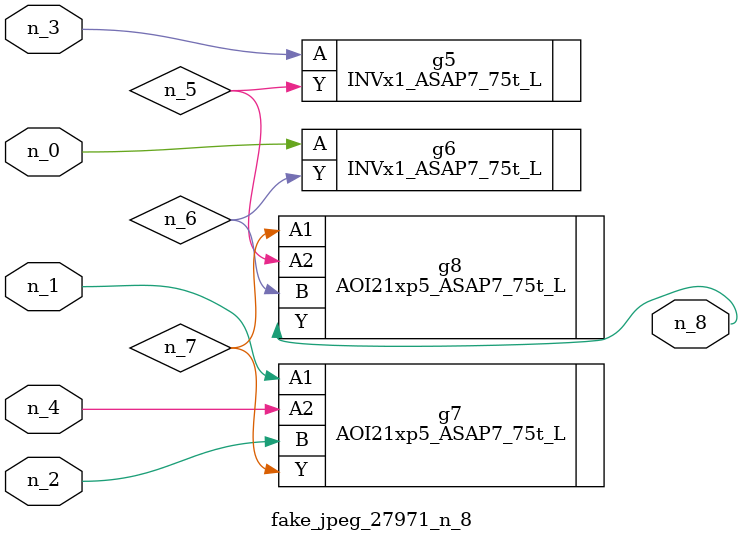
<source format=v>
module fake_jpeg_27971_n_8 (n_3, n_2, n_1, n_0, n_4, n_8);

input n_3;
input n_2;
input n_1;
input n_0;
input n_4;

output n_8;

wire n_6;
wire n_5;
wire n_7;

INVx1_ASAP7_75t_L g5 ( 
.A(n_3),
.Y(n_5)
);

INVx1_ASAP7_75t_L g6 ( 
.A(n_0),
.Y(n_6)
);

AOI21xp5_ASAP7_75t_L g7 ( 
.A1(n_1),
.A2(n_4),
.B(n_2),
.Y(n_7)
);

AOI21xp5_ASAP7_75t_L g8 ( 
.A1(n_7),
.A2(n_5),
.B(n_6),
.Y(n_8)
);


endmodule
</source>
